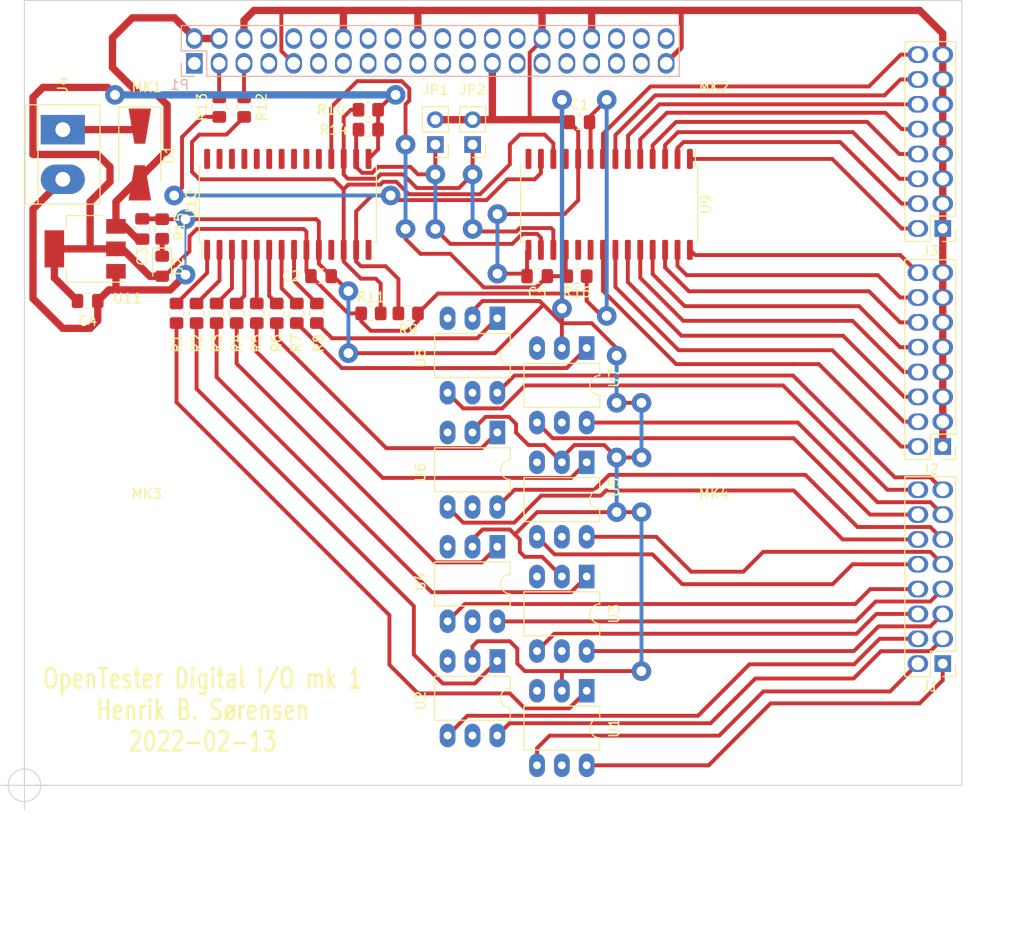
<source format=kicad_pcb>
(kicad_pcb (version 20211014) (generator pcbnew)
  (title_block (date "15 nov 2012"))
  (layers (0 "F.Cu" signal) (31 "B.Cu" signal) (34 "B.Paste" user) (35 "F.Paste" user) (36 "B.SilkS" user "B.Silkscreen") (37 "F.SilkS" user "F.Silkscreen") (38 "B.Mask" user) (39 "F.Mask" user) (44 "Edge.Cuts" user))
  (net 0 "")
  (net 1 "3.3 Volt")
  (net 2 "+5V")
  (net 3 "Ground")
  (net 4 "/ID_SD")
  (net 5 "/ID_SC")
  (net 6 "/GPIO5")
  (net 7 "/GPIO6")
  (net 8 "/GPIO26")
  (net 9 "/GPIO2(SDA1)")
  (net 10 "/GPIO3(SCL1)")
  (net 11 "/GPIO4(GCLK)")
  (net 12 "/GPIO14(TXD0)")
  (net 13 "/GPIO15(RXD0)")
  (net 14 "/GPIO17(GEN0)")
  (net 15 "/GPIO27(GEN2)")
  (net 16 "/GPIO22(GEN3)")
  (net 17 "/GPIO23(GEN4)")
  (net 18 "/GPIO24(GEN5)")
  (net 19 "/GPIO25(GEN6)")
  (net 20 "/GPIO18(GEN1)(PWM0)")
  (net 21 "/GPIO10(SPI0_MOSI)")
  (net 22 "/GPIO9(SPI0_MISO)")
  (net 23 "/GPIO11(SPI0_SCK)")
  (net 24 "/GPIO8(SPI0_CE_N)")
  (net 25 "/GPIO7(SPI1_CE_N)")
  (net 26 "/GPIO12(PWM0)")
  (net 27 "/GPIO13(PWM1)")
  (net 28 "/GPIO19(SPI1_MISO)")
  (net 29 "/GPIO16")
  (net 30 "/GPIO20(SPI1_MOSI)")
  (net 31 "/GPIO21(SPI1_SCK)")
  (net 32 "Net-(D1-Pad1)")
  (net 33 "/PORT_C_0_A")
  (net 34 "/PORT_C_0_B")
  (net 35 "/PORT_C_1_A")
  (net 36 "/PORT_C_1_B")
  (net 37 "/PORT_C_2_A")
  (net 38 "/PORT_C_2_B")
  (net 39 "/PORT_C_3_A")
  (net 40 "/PORT_C_3_B")
  (net 41 "/PORT_C_4_A")
  (net 42 "/PORT_C_4_B")
  (net 43 "/PORT_C_5_A")
  (net 44 "/PORT_C_5_B")
  (net 45 "/PORT_C_6_A")
  (net 46 "/PORT_C_6_B")
  (net 47 "/PORT_C_7_A")
  (net 48 "/PORT_C_7_B")
  (net 49 "/PORT_A0")
  (net 50 "/PORT_A1")
  (net 51 "/PORT_A2")
  (net 52 "/PORT_A3")
  (net 53 "/PORT_A4")
  (net 54 "/PORT_A5")
  (net 55 "/PORT_A6")
  (net 56 "/PORT_A7")
  (net 57 "/PORT_B0")
  (net 58 "/PORT_B1")
  (net 59 "/PORT_B2")
  (net 60 "/PORT_B3")
  (net 61 "/PORT_B4")
  (net 62 "/PORT_B5")
  (net 63 "/PORT_B6")
  (net 64 "/PORT_B7")
  (net 67 "Net-(R1-Pad1)")
  (net 68 "/PORT_C0_R")
  (net 69 "Net-(R2-Pad1)")
  (net 70 "/PORT_C1_R")
  (net 71 "Net-(R3-Pad1)")
  (net 72 "/PORT_C2_R")
  (net 73 "Net-(R4-Pad1)")
  (net 74 "/PORT_C3_R")
  (net 75 "Net-(R5-Pad1)")
  (net 76 "/PORT_C4_R")
  (net 77 "Net-(R6-Pad1)")
  (net 78 "/PORT_C5_R")
  (net 79 "Net-(R7-Pad1)")
  (net 80 "/PORT_C6_R")
  (net 81 "Net-(R8-Pad1)")
  (net 82 "/PORT_C7_R")
  (net 83 "/SDA_R")
  (net 84 "/SCK_R")
  (net 85 "/IO_RESET")
  (net 118 "/A1")
  (net 119 "/A2")
  (net 120 "Net-(D2-Pad1)")
  (footprint "MountingHole:MountingHole_2.7mm_M2.5" (layer "F.Cu") (at 203.5 97.5 180)
    (fp_text reference "MK1")
    (fp_text value "M2.5")
  )
  (footprint "MountingHole:MountingHole_2.7mm_M2.5" (layer "F.Cu") (at 261.5 97.5 180)
    (fp_text reference "MK2")
    (fp_text value "M2.5")
  )
  (footprint "MountingHole:MountingHole_2.7mm_M2.5" (layer "F.Cu") (at 203.5 146.5)
    (fp_text reference "MK3")
    (fp_text value "M2.5")
  )
  (footprint "MountingHole:MountingHole_2.7mm_M2.5" (layer "F.Cu") (at 261.5 146.5)
    (fp_text reference "MK4")
    (fp_text value "M2.5")
  )
  (footprint "Resistor_SMD:R_0805_2012Metric_Pad1.20x1.40mm_HandSolder" (layer "F.Cu") (at 213.462 103.248 90)
    (fp_text reference "R12")
    (fp_text value "31R6" hide)
  )
  (footprint "Package_DIP:DIP-6_W7.62mm_LongPads" (layer "F.Cu") (at 248.499 162.939 -90)
    (fp_text reference "U1")
    (fp_text value "MOC3041M")
  )
  (footprint "Package_DIP:DIP-6_W7.62mm_LongPads" (layer "F.Cu") (at 248.499 139.571 -90)
    (fp_text reference "U5")
    (fp_text value "MOC3041M" hide)
  )
  (footprint "TerminalBlock:TerminalBlock_bornier-2_P5.08mm" (layer "F.Cu") (at 194.92 105.55 -90)
    (fp_text reference "J4")
    (fp_text value "Power" hide)
  )
  (footprint "Package_DIP:DIP-6_W7.62mm_LongPads" (layer "F.Cu") (at 239.355 136.523 -90)
    (fp_text reference "U6")
    (fp_text value "MOC3041M" hide)
  )
  (footprint "Capacitor_SMD:C_0805_2012Metric_Pad1.18x1.45mm_HandSolder" (layer "F.Cu") (at 203.048 115.71 90)
    (fp_text reference "C3")
    (fp_text value "1uF" hide)
  )
  (footprint "Connector_PinHeader_2.54mm:PinHeader_1x02_P2.54mm_Vertical" (layer "F.Cu") (at 233.02 107.074 180)
    (fp_text reference "JP1")
    (fp_text value "Jumper_2_Open" hide)
  )
  (footprint "Package_DIP:DIP-6_W7.62mm_LongPads" (layer "F.Cu") (at 248.499 127.887 -90)
    (fp_text reference "U7")
    (fp_text value "MOC3041M" hide)
  )
  (footprint "Connector_PinHeader_2.54mm:PinHeader_1x02_P2.54mm_Vertical" (layer "F.Cu") (at 236.83 107.079 180)
    (fp_text reference "JP2")
    (fp_text value "Jumper_2_Open" hide)
  )
  (footprint "Resistor_SMD:R_0805_2012Metric_Pad1.20x1.40mm_HandSolder" (layer "F.Cu") (at 206.55 124.33 90)
    (fp_text reference "R1")
    (fp_text value "220")
  )
  (footprint "Resistor_SMD:R_0805_2012Metric_Pad1.20x1.40mm_HandSolder" (layer "F.Cu") (at 230.242 124.346 180)
    (fp_text reference "R9")
    (fp_text value "10K")
  )
  (footprint "Resistor_SMD:R_0805_2012Metric_Pad1.20x1.40mm_HandSolder" (layer "F.Cu") (at 216.8 124.33 90)
    (fp_text reference "R6")
    (fp_text value "220")
  )
  (footprint "Resistor_SMD:R_0805_2012Metric_Pad1.20x1.40mm_HandSolder" (layer "F.Cu") (at 210.922 103.248 90)
    (fp_text reference "R13")
    (fp_text value "31R6" hide)
  )
  (footprint "Package_SO:SOIC-28W_7.5x17.9mm_P1.27mm" (layer "F.Cu") (at 217.9324 113.1954 90)
    (fp_text reference "U10")
    (fp_text value "MCP23017_SO" hide)
  )
  (footprint "Capacitor_SMD:C_0805_2012Metric_Pad1.18x1.45mm_HandSolder" (layer "F.Cu") (at 197.46 123.076)
    (fp_text reference "C4")
    (fp_text value "1uF" hide)
  )
  (footprint "Resistor_SMD:R_0805_2012Metric_Pad1.20x1.40mm_HandSolder" (layer "F.Cu") (at 210.65 124.33 90)
    (fp_text reference "R3")
    (fp_text value "220")
  )
  (footprint "Capacitor_SMD:C_0805_2012Metric_Pad1.18x1.45mm_HandSolder" (layer "F.Cu") (at 221.336 120.536)
    (fp_text reference "C2")
    (fp_text value "100nF" hide)
  )
  (footprint "Package_SO:SOIC-28W_7.5x17.9mm_P1.27mm" (layer "F.Cu") (at 250.8 113.1954 -90)
    (fp_text reference "U9")
    (fp_text value "MCP23017_SO")
  )
  (footprint "Package_DIP:DIP-6_W7.62mm_LongPads" (layer "F.Cu") (at 239.355 124.839 -90)
    (fp_text reference "U8")
    (fp_text value "MOC3041M" hide)
  )
  (footprint "Package_DIP:DIP-6_W7.62mm_LongPads" (layer "F.Cu") (at 239.355 148.207 -90)
    (fp_text reference "U4")
    (fp_text value "MOC3041M")
  )
  (footprint "Resistor_SMD:R_0805_2012Metric_Pad1.20x1.40mm_HandSolder" (layer "F.Cu") (at 205.08 115.71 90)
    (fp_text reference "R15")
    (fp_text value "1K5" hide)
  )
  (footprint "LED_SMD:LED_0805_2012Metric_Pad1.15x1.40mm_HandSolder" (layer "F.Cu") (at 205.08 119.52 -90)
    (fp_text reference "D2")
    (fp_text value "Green" hide)
  )
  (footprint "Connector_PinHeader_2.54mm:PinHeader_2x08_P2.54mm_Vertical" (layer "F.Cu") (at 284.9122 115.6592 180)
    (fp_text reference "J3")
    (fp_text value "Port B")
  )
  (footprint "Package_DIP:DIP-6_W7.62mm_LongPads" (layer "F.Cu") (at 248.499 151.255 -90)
    (fp_text reference "U3")
    (fp_text value "MOC3041M")
  )
  (footprint "Capacitor_SMD:C_0805_2012Metric_Pad1.18x1.45mm_HandSolder" (layer "F.Cu") (at 247.752 104.788 180)
    (fp_text reference "C1")
    (fp_text value "100nF" hide)
  )
  (footprint "Resistor_SMD:R_0805_2012Metric_Pad1.20x1.40mm_HandSolder" (layer "F.Cu") (at 226.432 124.346)
    (fp_text reference "R11")
    (fp_text value "10K")
  )
  (footprint "Connector_PinHeader_2.54mm:PinHeader_2x08_P2.54mm_Vertical" (layer "F.Cu") (at 284.9122 137.9604 180)
    (fp_text reference "J2")
    (fp_text value "Port A")
  )
  (footprint "Package_TO_SOT_SMD:SOT-223-3_TabPin2" (layer "F.Cu") (at 197.206 117.742 180)
    (fp_text reference "U11")
    (fp_text value "LM1117-3.3" hide)
  )
  (footprint "Resistor_SMD:R_0805_2012Metric_Pad1.20x1.40mm_HandSolder" (layer "F.Cu") (at 226.162 103.518 180)
    (fp_text reference "R10")
    (fp_text value "10K" hide)
  )
  (footprint "Connector_PinHeader_2.54mm:PinHeader_2x08_P2.54mm_Vertical" (layer "F.Cu") (at 284.9122 160.16 180)
    (fp_text reference "J1")
    (fp_text value "Open Drain Output")
  )
  (footprint "Package_DIP:DIP-6_W7.62mm_LongPads" (layer "F.Cu") (at 239.355 159.891 -90)
    (fp_text reference "U2")
    (fp_text value "MOC3041M")
  )
  (footprint "Resistor_SMD:R_0805_2012Metric_Pad1.20x1.40mm_HandSolder" (layer "F.Cu") (at 226.162 105.55 180)
    (fp_text reference "R14")
    (fp_text value "10K" hide)
  )
  (footprint "Capacitor_SMD:C_0805_2012Metric_Pad1.18x1.45mm_HandSolder" (layer "F.Cu") (at 243.434 120.536 180)
    (fp_text reference "C5")
    (fp_text value "10nF")
  )
  (footprint "Resistor_SMD:R_0805_2012Metric_Pad1.20x1.40mm_HandSolder" (layer "F.Cu") (at 212.7 124.33 90)
    (fp_text reference "R4")
    (fp_text value "220")
  )
  (footprint "Resistor_SMD:R_0805_2012Metric_Pad1.20x1.40mm_HandSolder" (layer "F.Cu") (at 247.498 120.536 180)
    (fp_text reference "R16")
    (fp_text value "10K")
  )
  (footprint "Resistor_SMD:R_0805_2012Metric_Pad1.20x1.40mm_HandSolder" (layer "F.Cu") (at 208.6 124.33 90)
    (fp_text reference "R2")
    (fp_text value "220")
  )
  (footprint "Resistor_SMD:R_0805_2012Metric_Pad1.20x1.40mm_HandSolder" (layer "F.Cu") (at 214.7574 124.33 90)
    (fp_text reference "R5")
    (fp_text value "220")
  )
  (footprint "Resistor_SMD:R_0805_2012Metric_Pad1.20x1.40mm_HandSolder" (layer "F.Cu") (at 220.9 124.33 90)
    (fp_text reference "R8")
    (fp_text value "220")
  )
  (footprint "Resistor_SMD:R_0805_2012Metric_Pad1.20x1.40mm_HandSolder" (layer "F.Cu") (at 218.85 124.33 90)
    (fp_text reference "R7")
    (fp_text value "220")
  )
  (footprint "Diode_SMD:D_SMA-SMB_Universal_Handsoldering" (layer "F.Cu") (at 202.794 108.09 -90)
    (fp_text reference "D1")
    (fp_text value "SS110-A" hide)
  )
  (footprint "Connector_PinSocket_2.54mm:PinSocket_2x20_P2.54mm_Vertical" (layer "B.Cu") (at 208.37 98.77 -90)
    (fp_text reference "P1")
    (fp_text value "Conn_02x20_Odd_Even")
  )
  (gr_rect (start 286.868 172.606) (end 190.99332 92.342) (layer "Edge.Cuts") (width 0.1) (fill none))
  (gr_text "OpenTester Digital I/O mk 1\nHenrik B. Sørensen\n2022-02-13" (at 209.222 164.905) (layer "F.SilkS") (effects (font (size 2 1.5) (thickness 0.25))))
  (target plus (at 190.997 172.605) (size 5) (width 0.1) (layer "Edge.Cuts"))
  (segment (start 200.356 117.742) (end 201.016 117.742) (width 0.75) (layer "F.Cu") (net 1))
  (segment (start 248.895 108.5454) (end 248.895 104.8935) (width 0.4) (layer "F.Cu") (net 1))
  (segment (start 194.056 117.742) (end 197.714 117.742) (width 0.75) (layer "F.Cu") (net 1))
  (segment (start 248.7895 104.788) (end 248.7895 104.2585) (width 0.4) (layer "F.Cu") (net 1))
  (segment (start 199.492 101.232) (end 192.888 101.232) (width 0.75) (layer "F.Cu") (net 1))
  (segment (start 226.416 126.124) (end 230.226 126.124) (width 0.4) (layer "F.Cu") (net 1))
  (segment (start 207.874 117.996) (end 207.874 116.472) (width 0.4) (layer "F.Cu") (net 1))
  (segment (start 198.476 108.09) (end 199.746 109.36) (width 0.75) (layer "F.Cu") (net 1))
  (segment (start 199.746 109.36) (end 199.746 110.884) (width 0.75) (layer "F.Cu") (net 1))
  (segment (start 219.8374 115.9894) (end 219.8374 117.8454) (width 0.4) (layer "F.Cu") (net 1))
  (segment (start 201.016 117.742) (end 203.819 120.545) (width 0.75) (layer "F.Cu") (net 1))
  (segment (start 197.714 117.742) (end 200.356 117.742) (width 0.75) (layer "F.Cu") (net 1))
  (segment (start 224.1085 124.346) (end 225.432 124.346) (width 0.4) (layer "F.Cu") (net 1))
  (segment (start 220.2985 120.536) (end 224.1085 124.346) (width 0.4) (layer "F.Cu") (net 1))
  (segment (start 225.432 124.346) (end 225.432 125.14) (width 0.4) (layer "F.Cu") (net 1))
  (segment (start 233.274 122.314) (end 248.498 122.314) (width 0.4) (layer "F.Cu") (net 1))
  (segment (start 207.874 116.472) (end 208.636 115.71) (width 0.4) (layer "F.Cu") (net 1))
  (segment (start 191.872 108.09) (end 198.476 108.09) (width 0.75) (layer "F.Cu") (net 1))
  (segment (start 226.1874 108.5454) (end 227.162 107.5708) (width 0.4) (layer "F.Cu") (net 1))
  (segment (start 230.226 126.124) (end 231.242 125.108) (width 0.4) (layer "F.Cu") (net 1))
  (segment (start 192.888 101.232) (end 191.872 102.248) (width 0.75) (layer "F.Cu") (net 1))
  (segment (start 248.498 120.536) (end 248.498 123.06) (width 0.2) (layer "F.Cu") (net 1))
  (segment (start 231.242 125.108) (end 231.242 124.346) (width 0.4) (layer "F.Cu") (net 1))
  (segment (start 250.038 124.6) (end 250.546 124.6) (width 0.2) (layer "F.Cu") (net 1))
  (segment (start 197.714 112.916) (end 197.714 117.742) (width 0.75) (layer "F.Cu") (net 1))
  (segment (start 248.498 123.076) (end 248.498 120.536) (width 0.4) (layer "F.Cu") (net 1))
  (segment (start 228.956 101.994) (end 228.686 101.994) (width 0.4) (layer "F.Cu") (net 1))
  (segment (start 248.895 104.8935) (end 248.7895 104.788) (width 0.2) (layer "F.Cu") (net 1))
  (segment (start 203.819 120.545) (end 205.08 120.545) (width 0.75) (layer "F.Cu") (net 1))
  (segment (start 205.08 120.545) (end 205.325 120.545) (width 0.4) (layer "F.Cu") (net 1))
  (segment (start 227.162 107.5708) (end 227.162 103.518) (width 0.4) (layer "F.Cu") (net 1))
  (segment (start 205.325 120.545) (end 207.874 117.996) (width 0.4) (layer "F.Cu") (net 1))
  (segment (start 199.746 110.884) (end 197.714 112.916) (width 0.75) (layer "F.Cu") (net 1))
  (segment (start 196.4225 123.076) (end 194.056 120.7095) (width 0.75) (layer "F.Cu") (net 1))
  (segment (start 219.8374 120.0749) (end 220.2985 120.536) (width 0.4) (layer "F.Cu") (net 1))
  (segment (start 219.8374 117.8454) (end 219.8374 120.0749) (width 0.4) (layer "F.Cu") (net 1))
  (segment (start 225.432 125.14) (end 226.416 126.124) (width 0.4) (layer "F.Cu") (net 1))
  (segment (start 231.242 124.346) (end 233.274 122.314) (width 0.4) (layer "F.Cu") (net 1))
  (segment (start 219.558 115.71) (end 219.8374 115.9894) (width 0.4) (layer "F.Cu") (net 1))
  (segment (start 248.7895 104.2585) (end 250.546 102.502) (width 0.4) (layer "F.Cu") (net 1))
  (segment (start 228.686 101.994) (end 227.162 103.518) (width 0.4) (layer "F.Cu") (net 1))
  (segment (start 248.498 123.06) (end 250.038 124.6) (width 0.4) (layer "F.Cu") (net 1))
  (segment (start 208.636 115.71) (end 219.558 115.71) (width 0.4) (layer "F.Cu") (net 1))
  (segment (start 248.498 122.314) (end 248.498 123.076) (width 0.4) (layer "F.Cu") (net 1))
  (segment (start 194.056 120.7095) (end 194.056 117.742) (width 0.75) (layer "F.Cu") (net 1))
  (segment (start 200.254 101.994) (end 199.492 101.232) (width 0.75) (layer "F.Cu") (net 1))
  (segment (start 191.872 102.248) (end 191.872 108.09) (width 0.75) (layer "F.Cu") (net 1))
  (via (at 250.546 102.502) (size 2) (drill 1) (layers "F.Cu" "B.Cu") (net 1))
  (via (at 228.956 101.994) (size 2) (drill 1) (layers "F.Cu" "B.Cu") (net 1))
  (via (at 250.546 124.6) (size 2) (drill 1) (layers "F.Cu" "B.Cu") (net 1))
  (via (at 200.254 101.994) (size 2) (drill 1) (layers "F.Cu" "B.Cu") (net 1))
  (segment (start 200.254 101.994) (end 228.956 101.994) (width 0.75) (layer "B.Cu") (net 1))
  (segment (start 250.546 102.502) (end 250.546 124.6) (width 0.4) (layer "B.Cu") (net 1))
  (segment (start 202.5615 116.7475) (end 201.256 115.442) (width 0.75) (layer "F.Cu") (net 2))
  (segment (start 206.35 94.12) (end 202.032 94.12) (width 0.75) (layer "F.Cu") (net 2))
  (segment (start 204.572 101.994) (end 205.588 103.01) (width 0.75) (layer "F.Cu") (net 2))
  (segment (start 206.858 94.628) (end 206.858 94.718) (width 0.2) (layer "F.Cu") (net 2))
  (segment (start 200.356 112.92) (end 200.356 115.442) (width 0.75) (layer "F.Cu") (net 2))
  (segment (start 200 99.2) (end 202.794 101.994) (width 0.75) (layer "F.Cu") (net 2))
  (segment (start 203.048 116.7475) (end 202.5615 116.7475) (width 0.75) (layer "F.Cu") (net 2))
  (segment (start 205.588 103.01) (end 205.588 107.688) (width 0.75) (layer "F.Cu") (net 2))
  (segment (start 202.794 101.994) (end 204.572 101.994) (width 0.75) (layer "F.Cu") (net 2))
  (segment (start 206.858 94.628) (end 208.37 96.14) (width 0.75) (layer "F.Cu") (net 2))
  (segment (start 208.37 96.23) (end 210.91 96.23) (width 0.75) (layer "F.Cu") (net 2))
  (segment (start 206.858 94.628) (end 206.35 94.12) (width 0.75) (layer "F.Cu") (net 2))
  (segment (start 208.37 96.14) (end 208.37 96.23) (width 0.75) (layer "F.Cu") (net 2))
  (segment (start 202.032 94.12) (end 200 96.152) (width 0.75) (layer "F.Cu") (net 2))
  (segment (start 201.256 115.442) (end 200.356 115.442) (width 0.75) (layer "F.Cu") (net 2))
  (segment (start 206.858 94.718) (end 208.37 96.23) (width 0.2) (layer "F.Cu") (net 2))
  (segment (start 205.588 107.688) (end 200.356 112.92) (width 0.75) (layer "F.Cu") (net 2))
  (segment (start 200 96.152) (end 200 99.2) (width 0.75) (layer "F.Cu") (net 2))
  (segment (start 245.959 139.571) (end 245.959 139.093) (width 0.4) (layer "F.Cu") (net 3))
  (segment (start 224.13 122.06) (end 222.606 120.536) (width 0.4) (layer "F.Cu") (net 3))
  (segment (start 236.815 159.891) (end 236.815 158.397) (width 0.4) (layer "F.Cu") (net 3))
  (segment (start 199.62975 121.94375) (end 200.21825 121.94375) (width 0.75) (layer "F.Cu") (net 3))
  (segment (start 245.974 123.838) (end 245.974 125.332) (width 0.4) (layer "F.Cu") (net 3))
  (segment (start 249.007 125.347) (end 245.959 125.347) (width 0.4) (layer "F.Cu") (net 3))
  (segment (start 282.55 93.358) (end 284.9122 95.7202) (width 0.75) (layer "F.Cu") (net 3))
  (segment (start 241.402 160.16) (end 242.164 160.922) (width 0.4) (layer "F.Cu") (net 3))
  (segment (start 236.815 124.107) (end 237.846 123.076) (width 0.4) (layer "F.Cu") (net 3))
  (segment (start 245.974 125.332) (end 245.959 125.347) (width 0.2) (layer "F.Cu") (net 3))
  (segment (start 222.606 120.536) (end 222.3735 120.536) (width 0.2) (layer "F.Cu") (net 3))
  (segment (start 245.959 125.347) (end 245.959 127.887) (width 0.4) (layer "F.Cu") (net 3))
  (segment (start 237.846 123.076) (end 243.688 123.076) (width 0.4) (layer "F.Cu") (net 3))
  (segment (start 247.625 112.789) (end 246.228 114.186) (width 0.4) (layer "F.Cu") (net 3))
  (segment (start 237.846 146.444) (end 240.64 146.444) (width 0.4) (layer "F.Cu") (net 3))
  (segment (start 249.022 93.358) (end 258.166 93.358) (width 0.75) (layer "F.Cu") (net 3))
  (segment (start 200.21825 121.94375) (end 200.356 121.806) (width 0.75) (layer "F.Cu") (net 3))
  (segment (start 258.166 97.168) (end 258.166 93.358) (width 0.5) (layer "F.Cu") (net 3))
  (segment (start 243.942 149.238) (end 245.959 151.255) (width 0.4) (layer "F.Cu") (net 3))
  (segment (start 198.4975 123.076) (end 198.4975 125.0865) (width 0.75) (layer "F.Cu") (net 3))
  (segment (start 240.64 146.444) (end 241.148 146.952) (width 0.4) (layer "F.Cu") (net 3))
  (segment (start 245.974 160.922) (end 245.959 160.937) (width 0.4) (layer "F.Cu") (net 3))
  (segment (start 241.656 147.46) (end 241.656 148.73) (width 0.4) (layer "F.Cu") (net 3))
  (segment (start 246.4655 104.539) (end 242.667 104.539) (width 0.5) (layer "F.Cu") (net 3))
  (segment (start 246.4605 104.534) (end 246.7145 104.788) (width 0.2) (layer "F.Cu") (net 3))
  (segment (start 284.9122 95.7202) (end 284.9122 97.8792) (width 0.75) (layer "F.Cu") (net 3))
  (segment (start 191.872 122.822) (end 194.92 125.87) (width 0.75) (layer "F.Cu") (net 3))
  (segment (start 249.01 96.23) (end 249.01 93.37) (width 0.75) (layer "F.Cu") (net 3))
  (segment (start 254.097 160.93) (end 254.089 160.922) (width 0.4) (layer "F.Cu") (net 3))
  (segment (start 242.3965 117.9939) (end 242.545 117.8454) (width 0.2) (layer "F.Cu") (net 3))
  (segment (start 231.23 96.23) (end 231.23 93.37) (width 0.75) (layer "F.Cu") (net 3))
  (segment (start 245.974 102.502) (end 245.974 104.28) (width 0.44) (layer "F.Cu") (net 3))
  (segment (start 236.815 136.263978) (end 238.155489 134.923489) (width 0.4) (layer "F.Cu") (net 3))
  (segment (start 207.466597 120.382597) (end 205.905444 121.94375) (width 0.75) (layer "F.Cu") (net 3))
  (segment (start 221.1074 117.8454) (end 221.1074 119.2699) (width 0.4) (layer "F.Cu") (net 3))
  (segment (start 242.545 137.808) (end 244.196 137.808) (width 0.4) (layer "F.Cu") (net 3))
  (segment (start 256.63 98.77) (end 256.63 98.704) (width 0.2) (layer "F.Cu") (net 3))
  (segment (start 243.93 96.418) (end 243.93 96.23) (width 0.2) (layer "F.Cu") (net 3))
  (segment (start 245.974 104.28) (end 246.228 104.534) (width 0.2) (layer "F.Cu") (net 3))
  (segment (start 191.872 113.678) (end 191.872 122.822) (width 0.75) (layer "F.Cu") (net 3))
  (segment (start 241.275 135.649) (end 241.275 136.538) (width 0.4) (layer "F.Cu") (net 3))
  (segment (start 223.61 96.23) (end 223.61 93.37) (width 0.75) (layer "F.Cu") (net 3))
  (segment (start 242.164 160.922) (end 244.704 160.922) (width 0.4) (layer "F.Cu") (net 3))
  (segment (start 220.828 114.694) (end 221.1074 114.9734) (width 0.4) (layer "F.Cu") (net 3))
  (segment (start 237.338 157.874) (end 240.64 157.874) (width 0.4) (layer "F.Cu") (net 3))
  (segment (start 243.93 93.37) (end 243.942 93.358) (width 0.2) (layer "F.Cu") (net 3))
  (segment (start 247.625 108.5454) (end 247.625 112.789) (width 0.4) (layer "F.Cu") (net 3))
  (segment (start 244.704 160.922) (end 245.974 160.922) (width 0.4) (layer "F.Cu") (net 3))
  (segment (start 244.196 137.808) (end 245.959 139.571) (width 0.4) (layer "F.Cu") (net 3))
  (segment (start 240.549489 134.923489) (end 241.275 135.649) (width 0.4) (layer "F.Cu") (net 3))
  (segment (start 205.0425 114.6725) (end 205.08 114.71) (width 0.2) (layer "F.Cu") (net 3))
  (segment (start 221.1074 114.9734) (end 221.1074 117.8454) (width 0.4) (layer "F.Cu") (net 3))
  (segment (start 236.815 124.839) (end 236.815 124.107) (width 0.4) (layer "F.Cu") (net 3))
  (segment (start 251.562 139.078) (end 254.102 139.078) (width 0.4) (layer "F.Cu") (net 3))
  (segment (start 251.562 127.902) (end 249.007 125.347) (width 0.4) (layer "F.Cu") (net 3))
  (segment (start 247.722 137.808) (end 250.292 137.808) (width 0.4) (layer "F.Cu") (net 3))
  (segment (start 249.01 93.37) (end 249.022 93.358) (width 0.2) (layer "F.Cu") (net 3))
  (segment (start 243.93 96.23) (end 243.93 93.37) (width 0.75) (layer "F.Cu") (net 3))
  (segment (start 245.959 160.937) (end 245.959 162.939) (width 0.4) (layer "F.Cu") (net 3))
  (segment (start 243.688 123.076) (end 244.069 123.457) (width 0.4) (layer "F.Cu") (net 3))
  (segment (start 236.815 158.397) (end 237.338 157.874) (width 0.4) (layer "F.Cu") (net 3))
  (segment (start 236.815 147.475) (end 237.846 146.444) (width 0.4) (layer "F.Cu") (net 3))
  (segment (start 236.815 136.523) (end 236.815 136.263978) (width 0.4) (layer "F.Cu") (net 3))
  (segment (start 236.815 148.207) (end 236.815 147.475) (width 0.4) (layer "F.Cu") (net 3))
  (segment (start 213.45 94.386) (end 214.478 93.358) (width 0.75) (layer "F.Cu") (net 3))
  (segment (start 233.02 104.534) (end 246.228 104.534) (width 0.75) (layer "F.Cu") (net 3))
  (segment (start 241.275 136.538) (end 242.545 137.808) (width 0.4) (layer "F.Cu") (net 3))
  (segment (start 194.92 110.63) (end 191.872 113.678) (width 0.75) (layer "F.Cu") (net 3))
  (segment (start 205.08 114.71) (end 220.828 114.71) (width 0.4) (layer "F.Cu") (net 3))
  (segment (start 256.63 98.704) (end 258.166 97.168) (width 0.5) (layer "F.Cu") (net 3))
  (segment (start 243.942 93.358) (end 249.022 93.358) (width 0.75) (layer "F.Cu") (net 3))
  (segment (start 245.959 139.093) (end 247.244 137.808) (width 0.4) (layer "F.Cu") (net 3))
  (segment (start 241.148 146.952) (end 241.656 147.46) (width 0.4) (layer "F.Cu") (net 3))
  (segment (start 242.667 104.539) (end 242.667 97.681) (width 0.4) (layer "F.Cu") (net 3))
  (segment (start 240.64 157.874) (end 241.402 158.636) (width 0.4) (layer "F.Cu") (net 3))
  (segment (start 250.292 137.808) (end 251.562 139.078) (width 0.4) (layer "F.Cu") (net 3))
  (segment (start 221.1074 119.2699) (end 222.3735 120.536) (width 0.4) (layer "F.Cu") (net 3))
  (segment (start 241.656 148.73) (end 242.164 149.238) (width 0.4) (layer "F.Cu") (net 3))
  (segment (start 242.3965 120.536) (end 242.1425 120.282) (width 0.2) (layer "F.Cu") (net 3))
  (segment (start 242.667 97.681) (end 243.93 96.418) (width 0.4) (layer "F.Cu") (net 3))
  (segment (start 254.102 144.666) (end 243.434 144.666) (width 0.4) (layer "F.Cu") (net 3))
  (segment (start 246.7145 104.788) (end 246.4655 104.539) (width 0.2) (layer "F.Cu") (net 3))
  (segment (start 238.85 104.522) (end 238.85 98.77) (width 0.75) (layer "F.Cu") (net 3))
  (segment (start 223.622 93.358) (end 231.242 93.358) (width 0.75) (layer "F.Cu") (net 3))
  (segment (start 205.905444 121.94375) (end 199.62975 121.94375) (width 0.75) (layer "F.Cu") (net 3))
  (segment (start 218.53 98.77) (end 217.272 97.512) (width 0.4) (layer "F.Cu") (net 3))
  (segment (start 247.244 137.808) (end 247.722 137.808) (width 0.4) (layer "F.Cu") (net 3))
  (segment (start 242.1425 120.282) (end 239.37 120.282) (width 0.4) (layer "F.Cu") (net 3))
  (segment (start 198.4975 123.076) (end 199.62975 121.94375) (width 0.75) (layer "F.Cu") (net 3))
  (segment (start 242.3965 120.536) (end 242.3965 117.9939) (width 0.4) (layer "F.Cu") (net 3))
  (segment (start 246.228 104.534) (end 246.4605 104.534) (width 0.75) (layer "F.Cu") (net 3))
  (segment (start 246.228 114.186) (end 239.37 114.186) (width 0.4) (layer "F.Cu") (net 3))
  (segment (start 194.92 125.87) (end 197.714 125.87) (width 0.75) (layer "F.Cu") (net 3))
  (segment (start 231.242 93.358) (end 243.942 93.358) (width 0.75) (layer "F.Cu") (net 3))
  (segment (start 247.625 105.6985) (end 246.7145 104.788) (width 0.4) (layer "F.Cu") (net 3))
  (segment (start 217.272 97.512) (end 217.272 93.358) (width 0.4) (layer "F.Cu") (net 3))
  (segment (start 251.562 133.49) (end 254.102 133.49) (width 0.4) (layer "F.Cu") (net 3))
  (segment (start 217.272 93.358) (end 223.622 93.358) (width 0.75) (layer "F.Cu") (net 3))
  (segment (start 244.069 123.457) (end 245.959 125.347) (width 0.4) (layer "F.Cu") (net 3))
  (segment (start 213.45 96.23) (end 213.45 94.386) (width 0.75) (layer "F.Cu") (net 3))
  (segment (start 243.434 144.666) (end 241.148 146.952) (width 0.4) (layer "F.Cu") (net 3))
  (segment (start 247.625 108.5454) (end 247.625 105.6985) (width 0.4) (layer "F.Cu") (net 3))
  (segment (start 239.116 128.41) (end 244.069 123.457) (width 0.4) (layer "F.Cu") (net 3))
  (segment (start 238.155489 134.923489) (end 240.549489 134.923489) (width 0.4) (layer "F.Cu") (net 3))
  (segment (start 242.164 149.238) (end 243.942 149.238) (width 0.4) (layer "F.Cu") (net 3))
  (segment (start 200.356 121.806) (end 200.356 120.042) (width 0.75) (layer "F.Cu") (net 3))
  (segment (start 251.562 128.664) (end 251.562 127.902) (width 0.4) (layer "F.Cu") (net 3))
  (segment (start 224.13 128.41) (end 239.116 128.41) (width 0.4) (layer "F.Cu") (net 3))
  (segment (start 231.23 93.37) (end 231.242 93.358) (width 0.2) (layer "F.Cu") (net 3))
  (segment (start 254.089 160.922) (end 244.704 160.922) (width 0.4) (layer "F.Cu") (net 3))
  (segment (start 241.402 158.636) (end 241.402 160.16) (width 0.4) (layer "F.Cu") (net 3))
  (segment (start 258.166 93.358) (end 282.55 93.358) (width 0.75) (layer "F.Cu") (net 3))
  (segment (start 203.048 114.6725) (end 205.0425 114.6725) (width 0.5) (layer "F.Cu") (net 3))
  (segment (start 223.61 93.37) (end 223.622 93.358) (width 0.2) (layer "F.Cu") (net 3))
  (segment (start 284.9122 97.8792) (end 284.9122 137.9604) (width 0.75) (layer "F.Cu") (net 3))
  (segment (start 214.478 93.358) (end 217.272 93.358) (width 0.75) (layer "F.Cu") (net 3))
  (segment (start 197.714 125.87) (end 198.4975 125.0865) (width 0.75) (layer "F.Cu") (net 3))
  (via (at 254.097 160.93) (size 2) (drill 1) (layers "F.Cu" "B.Cu") (net 3))
  (via (at 207.466597 120.382597) (size 2) (drill 1) (layers "F.Cu" "B.Cu") (net 3))
  (via (at 251.562 139.078) (size 2) (drill 1) (layers "F.Cu" "B.Cu") (net 3))
  (via (at 239.37 120.282) (size 2) (drill 1) (layers "F.Cu" "B.Cu") (net 3))
  (via (at 251.562 128.664) (size 2) (drill 1) (layers "F.Cu" "B.Cu") (net 3))
  (via (at 239.37 114.186) (size 2) (drill 1) (layers "F.Cu" "B.Cu") (net 3))
  (via (at 207.466597 114.71) (size 2) (drill 1) (layers "F.Cu" "B.Cu") (net 3))
  (via (at 224.13 128.41) (size 2) (drill 1) (layers "F.Cu" "B.Cu") (net 3))
  (via (at 251.562 133.49) (size 2) (drill 1) (layers "F.Cu" "B.Cu") (net 3))
  (via (at 254.102 139.078) (size 2) (drill 1) (layers "F.Cu" "B.Cu") (net 3))
  (via (at 245.974 123.838) (size 2) (drill 1) (layers "F.Cu" "B.Cu") (net 3))
  (via (at 245.974 102.502) (size 2) (drill 1) (layers "F.Cu" "B.Cu") (net 3))
  (via (at 254.102 144.666) (size 2) (drill 1) (layers "F.Cu" "B.Cu") (net 3))
  (via (at 254.102 133.49) (size 2) (drill 1) (layers "F.Cu" "B.Cu") (net 3))
  (via (at 251.562 144.666) (size 2) (drill 1) (layers "F.Cu" "B.Cu") (net 3))
  (via (at 224.13 122.06) (size 2) (drill 1) (layers "F.Cu" "B.Cu") (net 3))
  (segment (start 254.102 144.666) (end 254.102 160.925) (width 0.4) (layer "B.Cu") (net 3))
  (segment (start 245.974 102.502) (end 245.974 123.838) (width 0.44) (layer "B.Cu") (net 3))
  (segment (start 251.562 128.664) (end 251.562 133.49) (width 0.4) (layer "B.Cu") (net 3))
  (segment (start 224.13 122.06) (end 224.13 128.41) (width 0.4) (layer "B.Cu") (net 3))
  (segment (start 254.102 133.49) (end 254.102 139.078) (width 0.4) (layer "B.Cu") (net 3))
  (segment (start 239.37 114.186) (end 239.37 120.282) (width 0.4) (layer "B.Cu") (net 3))
  (segment (start 207.466597 114.71) (end 207.466597 120.382597) (width 0.2) (layer "B.Cu") (net 3))
  (segment (start 251.562 139.078) (end 251.562 144.666) (width 0.4) (layer "B.Cu") (net 3))
  (segment (start 254.102 160.925) (end 254.097 160.93) (width 0.4) (layer "B.Cu") (net 3))
  (segment (start 210.91 102.236) (end 210.922 102.248) (width 0.2) (layer "F.Cu") (net 9))
  (segment (start 210.91 98.77) (end 210.91 102.236) (width 0.4) (layer "F.Cu") (net 9))
  (segment (start 213.45 98.77) (end 213.45 102.236) (width 0.4) (layer "F.Cu") (net 10))
  (segment (start 213.45 102.236) (end 213.462 102.248) (width 0.2) (layer "F.Cu") (net 10))
  (segment (start 194.92 105.55) (end 201.926 105.55) (width 0.75) (layer "F.Cu") (net 32))
  (segment (start 201.926 105.55) (end 202.286 105.19) (width 0.2) (layer "F.Cu") (net 32))
  (segment (start 282.55 164.224) (end 284.9122 161.8618) (width 0.4) (layer "F.Cu") (net 33))
  (segment (start 248.499 170.559) (end 260.975 170.559) (width 0.4) (layer "F.Cu") (net 33))
  (segment (start 284.9122 161.8618) (end 284.9122 160.16) (width 0.4) (layer "F.Cu") (net 33))
  (segment (start 267.31 164.224) (end 282.55 164.224) (width 0.4) (layer "F.Cu") (net 33))
  (segment (start 260.975 170.559) (end 267.31 164.224) (width 0.4) (layer "F.Cu") (net 33))
  (segment (start 243.419 168.811) (end 244.704 167.526) (width 0.4) (layer "F.Cu") (net 34))
  (segment (start 243.419 170.559) (end 243.419 168.811) (width 0.4) (layer "F.Cu") (net 34))
  (segment (start 279.5272 163.005) (end 282.3722 160.16) (width 0.4) (layer "F.Cu") (net 34))
  (segment (start 266.572 163.005) (end 279.5272 163.005) (width 0.4) (layer "F.Cu") (net 34))
  (segment (start 244.704 167.526) (end 262.051 167.526) (width 0.4) (layer "F.Cu") (net 34))
  (segment (start 262.051 167.526) (end 266.572 163.005) (width 0.4) (layer "F.Cu") (net 34))
  (segment (start 265.743 161.684) (end 275.793 161.684) (width 0.4) (layer "F.Cu") (net 35))
  (segment (start 239.355 167.511) (end 240.61 166.256) (width 0.4) (layer "F.Cu") (net 35))
  (segment (start 240.61 166.256) (end 261.171 166.256) (width 0.4) (layer "F.Cu") (net 35))
  (segment (start 278.587 158.89) (end 283.6422 158.89) (width 0.4) (layer "F.Cu") (net 35))
  (segment (start 283.6422 158.89) (end 284.9122 157.62) (width 0.4) (layer "F.Cu") (net 35))
  (segment (start 261.171 166.256) (end 265.743 161.684) (width 0.4) (layer "F.Cu") (net 35))
  (segment (start 275.793 161.684) (end 278.587 158.89) (width 0.4) (layer "F.Cu") (net 35))
  (segment (start 265.147 160.23) (end 275.847 160.23) (width 0.4) (layer "F.Cu") (net 36))
  (segment (start 234.275 167.511) (end 236.292 165.494) (width 0.4) (layer "F.Cu") (net 36))
  (segment (start 278.457 157.62) (end 282.3722 157.62) (width 0.4) (layer "F.Cu") (net 36))
  (segment (start 275.847 160.23) (end 278.457 157.62) (width 0.4) (layer "F.Cu") (net 36))
  (segment (start 259.883 165.494) (end 265.147 160.23) (width 0.4) (layer "F.Cu") (net 36))
  (segment (start 236.292 165.494) (end 259.883 165.494) (width 0.4) (layer "F.Cu") (net 36))
  (segment (start 283.6422 156.35) (end 284.9122 155.08) (width 0.4) (layer "F.Cu") (net 37))
  (segment (start 248.499 158.875) (end 275.8265 158.875) (width 0.4) (layer "F.Cu") (net 37))
  (segment (start 275.8265 158.875) (end 278.3515 156.35) (width 0.4) (layer "F.Cu") (net 37))
  (segment (start 278.3515 156.35) (end 283.6422 156.35) (width 0.4) (layer "F.Cu") (net 37))
  (segment (start 282.3722 155.08) (end 278.122 155.08) (width 0.4) (layer "F.Cu") (net 38))
  (segment (start 245.189 157.105) (end 243.419 158.875) (width 0.4) (layer "F.Cu") (net 38))
  (segment (start 278.122 155.08) (end 276.097 157.105) (width 0.4) (layer "F.Cu") (net 38))
  (segment (start 276.097 157.105) (end 245.189 157.105) (width 0.4) (layer "F.Cu") (net 38))
  (segment (start 278.054 153.81) (end 283.6422 153.81) (width 0.4) (layer "F.Cu") (net 39))
  (segment (start 276.022 155.842) (end 278.054 153.81) (width 0.4) (layer "F.Cu") (net 39))
  (segment (start 239.37 155.842) (end 276.022 155.842) (width 0.4) (layer "F.Cu") (net 39))
  (segment (start 283.6422 153.81) (end 284.9122 152.54) (width 0.4) (layer "F.Cu") (net 39))
  (segment (start 239.355 155.827) (end 239.37 155.842) (width 0.2) (layer "F.Cu") (net 39))
  (segment (start 234.275 155.827) (end 236.038 154.064) (width 0.4) (layer "F.Cu") (net 40))
  (segment (start 236.038 154.064) (end 275.972 154.064) (width 0.4) (layer "F.Cu") (net 40))
  (segment (start 275.972 154.064) (end 277.496 152.54) (width 0.4) (layer "F.Cu") (net 40))
  (segment (start 277.496 152.54) (end 282.3722 152.54) (width 0.4) (layer "F.Cu") (net 40))
  (segment (start 255.611 147.191) (end 259.182 150.762) (width 0.4) (layer "F.Cu") (net 41))
  (segment (start 248.499 147.191) (end 255.611 147.191) (width 0.4) (layer "F.Cu") (net 41))
  (segment (start 266.548 148.73) (end 283.6422 148.73) (width 0.4) (layer "F.Cu") (net 41))
  (segment (start 283.6422 148.73) (end 284.9122 150) (width 0.4) (layer "F.Cu") (net 41))
  (segment (start 264.516 150.762) (end 266.548 148.73) (width 0.4) (layer "F.Cu") (net 41))
  (segment (start 259.182 150.762) (end 264.516 150.762) (width 0.4) (layer "F.Cu") (net 41))
  (segment (start 275.692 150) (end 282.3722 150) (width 0.4) (layer "F.Cu") (net 42))
  (segment (start 243.419 147.191) (end 245.212 148.984) (width 0.4) (layer "F.Cu") (net 42))
  (segment (start 273.66 152.032) (end 275.692 150) (width 0.4) (layer "F.Cu") (net 42))
  (segment (start 245.212 148.984) (end 255.226 148.984) (width 0.4) (layer "F.Cu") (net 42))
  (segment (start 255.226 148.984) (end 258.274 152.032) (width 0.4) (layer "F.Cu") (net 42))
  (segment (start 258.274 152.032) (end 273.66 152.032) (width 0.4) (layer "F.Cu") (net 42))
  (segment (start 249.276 142.38) (end 241.118 142.38) (width 0.4) (layer "F.Cu") (net 43))
  (segment (start 276.2 146.19) (end 270.866 140.856) (width 0.4) (layer "F.Cu") (net 43))
  (segment (start 241.118 142.38) (end 239.355 144.143) (width 0.4) (layer "F.Cu") (net 43))
  (segment (start 250.8 140.856) (end 249.276 142.38) (width 0.4) (layer "F.Cu") (net 43))
  (segment (start 277.47 146.19) (end 276.2 146.19) (width 0.4) (layer "F.Cu") (net 43))
  (segment (start 270.866 140.856) (end 250.8 140.856) (width 0.4) (layer "F.Cu") (net 43))
  (segment (start 283.6422 146.19) (end 284.9122 147.46) (width 0.4) (layer "F.Cu") (net 43))
  (segment (start 277.47 146.19) (end 276.440978 146.19) (width 0.2) (layer "F.Cu") (net 43))
  (segment (start 276.440978 146.19) (end 283.6422 146.19) (width 0.4) (layer "F.Cu") (net 43))
  (segment (start 241.08748 145.74252) (end 235.87452 145.74252) (width 0.4) (layer "F.Cu") (net 44))
  (segment (start 269.671 142.455) (end 250.471 142.455) (width 0.4) (layer "F.Cu") (net 44))
  (segment (start 243.85048 142.97952) (end 241.08748 145.74252) (width 0.4) (layer "F.Cu") (net 44))
  (segment (start 250.471 142.455) (end 249.94648 142.97952) (width 0.4) (layer "F.Cu") (net 44))
  (segment (start 249.94648 142.97952) (end 243.85048 142.97952) (width 0.4) (layer "F.Cu") (net 44))
  (segment (start 235.87452 145.74252) (end 234.275 144.143) (width 0.4) (layer "F.Cu") (net 44))
  (segment (start 282.3722 147.46) (end 274.676 147.46) (width 0.4) (layer "F.Cu") (net 44))
  (segment (start 274.676 147.46) (end 269.671 142.455) (width 0.4) (layer "F.Cu") (net 44))
  (segment (start 278.232 143.65) (end 283.6422 143.65) (width 0.4) (layer "F.Cu") (net 45))
  (segment (start 270.089 135.507) (end 278.232 143.65) (width 0.4) (layer "F.Cu") (net 45))
  (segment (start 283.6422 143.65) (end 284.9122 144.92) (width 0.4) (layer "F.Cu") (net 45))
  (segment (start 248.499 135.507) (end 270.089 135.507) (width 0.4) (layer "F.Cu") (net 45))
  (segment (start 269.65652 137.10652) (end 245.01852 137.10652) (width 0.4) (layer "F.Cu") (net 46))
  (segment (start 282.3722 144.92) (end 277.47 144.92) (width 0.4) (layer "F.Cu") (net 46))
  (segment (start 245.01852 137.10652) (end 243.419 135.507) (width 0.4) (layer "F.Cu") (net 46))
  (segment (start 277.47 144.92) (end 269.65652 137.10652) (width 0.4) (layer "F.Cu") (net 46))
  (segment (start 283.6422 141.11) (end 284.9122 142.38) (width 0.4) (layer "F.Cu") (net 47))
  (segment (start 280.01 141.11) (end 283.6422 141.11) (width 0.4) (layer "F.Cu") (net 47))
  (segment (start 241.118 130.696) (end 269.596 130.696) (width 0.4) (layer "F.Cu") (net 47))
  (segment (start 239.355 132.459) (end 241.118 130.696) (width 0.4) (layer "F.Cu") (net 47))
  (segment (start 269.596 130.696) (end 280.01 141.11) (width 0.4) (layer "F.Cu") (net 47))
  (segment (start 282.3722 142.38) (end 279.248 142.38) (width 0.4) (layer "F.Cu") (net 48))
  (segment (start 268.58 131.712) (end 242.198377 131.712) (width 0.4) (layer "F.Cu") (net 48))
  (segment (start 279.248 142.38) (end 268.58 131.712) (width 0.4) (layer "F.Cu") (net 48))
  (segment (start 239.851857 134.05852) (end 235.87452 134.05852) (width 0.4) (layer "F.Cu") (net 48))
  (segment (start 235.87452 134.05852) (end 234.275 132.459) (width 0.4) (layer "F.Cu") (net 48))
  (segment (start 242.198377 131.712) (end 239.851857 134.05852) (width 0.4) (layer "F.Cu") (net 48))
  (segment (start 269.572 129.555) (end 269.597 129.53) (width 0.2) (layer "F.Cu") (net 49))
  (segment (start 269.597 129.53) (end 272.24 129.53) (width 0.4) (layer "F.Cu") (net 49))
  (segment (start 272.24 129.53) (end 280.6704 137.9604) (width 0.4) (layer "F.Cu") (net 49))
  (segment (start 280.6704 137.9604) (end 282.3722 137.9604) (width 0.4) (layer "F.Cu") (net 49))
  (segment (start 250.165 122.048) (end 250.165 117.8454) (width 0.4) (layer "F.Cu") (net 49))
  (segment (start 269.822 129.53) (end 257.647 129.53) (width 0.4) (layer "F.Cu") (net 49))
  (segment (start 257.647 129.53) (end 250.165 122.048) (width 0.4) (layer "F.Cu") (net 49))
  (segment (start 251.435 121.643) (end 251.435 117.8454) (width 0.4) (layer "F.Cu") (net 50))
  (segment (start 282.3722 135.4204) (end 280.9244 135.4204) (width 0.4) (layer "F.Cu") (net 50))
  (segment (start 273.609 128.105) (end 257.897 128.105) (width 0.4) (layer "F.Cu") (net 50))
  (segment (start 280.9244 135.4204) (end 273.609 128.105) (width 0.4) (layer "F.Cu") (net 50))
  (segment (start 257.897 128.105) (end 251.435 121.643) (width 0.4) (layer "F.Cu") (net 50))
  (segment (start 280.9724 132.8804) (end 274.722 126.63) (width 0.4) (layer "F.Cu") (net 51))
  (segment (start 274.722 126.63) (end 258.197 126.63) (width 0.4) (layer "F.Cu") (net 51))
  (segment (start 258.197 126.63) (end 252.705 121.138) (width 0.4) (layer "F.Cu") (net 51))
  (segment (start 282.3722 132.8804) (end 280.9724 132.8804) (width 0.4) (layer "F.Cu") (net 51))
  (segment (start 252.705 121.138) (end 252.705 117.8454) (width 0.4) (layer "F.Cu") (net 51))
  (segment (start 282.3722 130.3404) (end 280.9244 130.3404) (width 0.4) (layer "F.Cu") (net 52))
  (segment (start 280.9244 130.3404) (end 275.689 125.105) (width 0.4) (layer "F.Cu") (net 52))
  (segment (start 275.689 125.105) (end 258.372 125.105) (width 0.4) (layer "F.Cu") (net 52))
  (segment (start 253.975 120.708) (end 253.975 117.8454) (width 0.4) (layer "F.Cu") (net 52))
  (segment (start 258.372 125.105) (end 253.975 120.708) (width 0.4) (layer "F.Cu") (net 52))
  (segment (start 281.1784 130.3404) (end 282.3722 130.3404) (width 0.4) (layer "F.Cu") (net 52))
  (segment (start 282.3722 127.8004) (end 280.5424 127.8004) (width 0.4) (layer "F.Cu") (net 53))
  (segment (start 281.026 127.8004) (end 282.3722 127.8004) (width 0.4) (layer "F.Cu") (net 53))
  (segment (start 276.347 123.605) (end 258.522 123.605) (width 0.4) (layer "F.Cu") (net 53))
  (segment (start 255.245 120.328) (end 255.245 117.8454) (width 0.4) (layer "F.Cu") (net 53))
  (segment (start 258.522 123.605) (end 255.245 120.328) (width 0.4) (layer "F.Cu") (net 53))
  (segment (start 280.5424 127.8004) (end 276.347 123.605) (width 0.4) (layer "F.Cu") (net 53))
  (segment (start 258.948 122.08) (end 277.372 122.08) (width 0.4) (layer "F.Cu") (net 54))
  (segment (start 277.372 122.08) (end 280.5524 125.2604) (width 0.4) (layer "F.Cu") (net 54))
  (segment (start 280.5524 125.2604) (end 282.3722 125.2604) (width 0.4) (layer "F.Cu") (net 54))
  (segment (start 256.515 119.647) (end 258.948 122.08) (width 0.4) (layer "F.Cu") (net 54))
  (segment (start 256.515 117.8454) (end 256.515 119.647) (width 0.4) (layer "F.Cu") (net 54))
  (segment (start 257.785 119.4946) (end 258.7204 120.43) (width 0.4) (layer "F.Cu") (net 55))
  (segment (start 258.7204 120.43) (end 278.272 120.43) (width 0.4) (layer "F.Cu") (net 55))
  (segment (start 257.785 117.8454) (end 257.785 119.4946) (width 0.4) (layer "F.Cu") (net 55))
  (segment (start 280.5624 122.7204) (end 282.3722 122.7204) (width 0.4) (layer "F.Cu") (net 55))
  (segment (start 278.272 120.43) (end 280.5624 122.7204) (width 0.4) (layer "F.Cu") (net 55))
  (segment (start 259.055 117.8454) (end 259.5896 118.38) (width 0.4) (layer "F.Cu") (net 56))
  (segment (start 259.5896 118.38) (end 280.5718 118.38) (width 0.4) (layer "F.Cu") (net 56))
  (segment (start 280.5718 118.38) (end 282.3722 120.1804) (width 0.4) (layer "F.Cu") (net 56))
  (segment (start 259.055 108.5454) (end 273.6074 108.5454) (width 0.4) (layer "F.Cu") (net 57))
  (segment (start 280.7212 115.6592) (end 282.3722 115.6592) (width 0.4) (layer "F.Cu") (net 57))
  (segment (start 273.6074 108.5454) (end 280.7212 115.6592) (width 0.4) (layer "F.Cu") (net 57))
  (segment (start 257.785 108.5454) (end 257.785 107.4296) (width 0.4) (layer "F.Cu") (net 58))
  (segment (start 274.422 106.82) (end 280.7212 113.1192) (width 0.4) (layer "F.Cu") (net 58))
  (segment (start 257.785 107.4296) (end 258.3946 106.82) (width 0.4) (layer "F.Cu") (net 58))
  (segment (start 280.7212 113.1192) (end 282.3722 113.1192) (width 0.4) (layer "F.Cu") (net 58))
  (segment (start 258.3946 106.82) (end 274.422 106.82) (width 0.4) (layer "F.Cu") (net 58))
  (segment (start 257.8358 105.804) (end 275.7174 105.804) (width 0.4) (layer "F.Cu") (net 59))
  (segment (start 256.515 107.1248) (end 257.8358 105.804) (width 0.4) (layer "F.Cu") (net 59))
  (segment (start 256.515 108.5454) (end 256.515 107.1248) (width 0.4) (layer "F.Cu") (net 59))
  (segment (start 280.4926 110.5792) (end 282.3722 110.5792) (width 0.4) (layer "F.Cu") (net 59))
  (segment (start 275.7174 105.804) (end 280.4926 110.5792) (width 0.4) (layer "F.Cu") (net 59))
  (segment (start 255.245 107.1502) (end 257.6326 104.7626) (width 0.4) (layer "F.Cu") (net 60))
  (segment (start 257.6326 104.7626) (end 277.1906 104.7626) (width 0.4) (layer "F.Cu") (net 60))
  (segment (start 277.1906 104.7626) (end 280.4672 108.0392) (width 0.4) (layer "F.Cu") (net 60))
  (segment (start 280.4672 108.0392) (end 282.3722 108.0392) (width 0.4) (layer "F.Cu") (net 60))
  (segment (start 255.245 108.5454) (end 255.245 107.1502) (width 0.4) (layer "F.Cu") (net 60))
  (segment (start 280.7212 105.4992) (end 282.3722 105.4992) (width 0.4) (layer "F.Cu") (net 61))
  (segment (start 253.975 108.5454) (end 253.975 106.5406) (width 0.4) (layer "F.Cu") (net 61))
  (segment (start 279.0448 103.8228) (end 280.7212 105.4992) (width 0.4) (layer "F.Cu") (net 61))
  (segment (start 253.975 106.5406) (end 256.6928 103.8228) (width 0.4) (layer "F.Cu") (net 61))
  (segment (start 256.6928 103.8228) (end 279.0448 103.8228) (width 0.4) (layer "F.Cu") (net 61))
  (segment (start 252.7304 108.129283) (end 252.7304 106.1596) (width 0.4) (layer "F.Cu") (net 62))
  (segment (start 252.705 108.5454) (end 252.705 108.154683) (width 0.2) (layer "F.Cu") (net 62))
  (segment (start 252.7304 106.1596) (end 255.9308 102.9592) (width 0.4) (layer "F.Cu") (net 62))
  (segment (start 255.9308 102.9592) (end 282.3722 102.9592) (width 0.4) (layer "F.Cu") (net 62))
  (segment (start 252.705 108.154683) (end 252.7304 108.129283) (width 0.2) (layer "F.Cu") (net 62))
  (segment (start 278.9572 102.0448) (end 280.5828 100.4192) (width 0.4) (layer "F.Cu") (net 63))
  (segment (start 251.435 106.1088) (end 255.499 102.0448) (width 0.4) (layer "F.Cu") (net 63))
  (segment (start 251.435 108.5454) (end 251.435 106.1088) (width 0.4) (layer "F.Cu") (net 63))
  (segment (start 255.499 102.0448) (end 278.9572 102.0448) (width 0.4) (layer "F.Cu") (net 63))
  (segment (start 280.5828 100.4192) (end 282.3722 100.4192) (width 0.4) (layer "F.Cu") (net 63))
  (segment (start 255.0164 101.1304) (end 277.3716 101.1304) (width 0.4) (layer "F.Cu") (net 64))
  (segment (start 277.3716 101.1304) (end 280.6228 97.8792) (width 0.4) (layer "F.Cu") (net 64))
  (segment (start 250.165 105.9818) (end 255.0164 101.1304) (width 0.4) (layer "F.Cu") (net 64))
  (segment (start 280.6228 97.8792) (end 282.3722 97.8792) (width 0.4) (layer "F.Cu") (net 64))
  (segment (start 250.165 108.5454) (end 250.165 105.9818) (width 0.4) (layer "F.Cu") (net 64))
  (segment (start 246.706 164.732) (end 248.499 162.939) (width 0.4) (layer "F.Cu") (net 67))
  (segment (start 206.55 133.433) (end 228.322 155.205) (width 0.4) (layer "F.Cu") (net 67))
  (segment (start 231.242 163.208) (end 240.64 163.208) (width 0.4) (layer "F.Cu") (net 67))
  (segment (start 242.164 164.732) (end 246.706 164.732) (width 0.4) (layer "F.Cu") (net 67))
  (segment (start 240.64 163.208) (end 242.164 164.732) (width 0.4) (layer "F.Cu") (net 67))
  (segment (start 228.322 155.205) (end 228.322 160.288) (width 0.4) (layer "F.Cu") (net 67))
  (segment (start 206.55 125.33) (end 206.55 133.433) (width 0.4) (layer "F.Cu") (net 67))
  (segment (start 228.322 160.288) (end 231.242 163.208) (width 0.4) (layer "F.Cu") (net 67))
  (segment (start 209.6774 120.2026) (end 209.6774 117.8454) (width 0.4) (layer "F.Cu") (net 68))
  (segment (start 206.55 123.33) (end 209.6774 120.2026) (width 0.4) (layer "F.Cu") (net 68))
  (segment (start 237.054 162.192) (end 239.355 159.891) (width 0.4) (layer "F.Cu") (net 69))
  (segment (start 230.822 159.232) (end 233.782 162.192) (width 0.4) (layer "F.Cu") (net 69))
  (segment (start 208.6 132.058) (end 230.822 154.28) (width 0.4) (layer "F.Cu") (net 69))
  (segment (start 208.6 125.33) (end 208.6 132.058) (width 0.4) (layer "F.Cu") (net 69))
  (segment (start 233.782 162.192) (end 237.054 162.192) (width 0.4) (layer "F.Cu") (net 69))
  (segment (start 230.822 154.28) (end 230.822 159.232) (width 0.4) (layer "F.Cu") (net 69))
  (segment (start 210.9474 120.9826) (end 208.6 123.33) (width 0.4) (layer "F.Cu") (net 70))
  (segment (start 210.9474 117.8454) (end 210.9474 120.9826) (width 0.4) (layer "F.Cu") (net 70))
  (segment (start 210.65 125.33) (end 210.65 130.858) (width 0.4) (layer "F.Cu") (net 71))
  (segment (start 246.89948 152.85452) (end 248.499 151.255) (width 0.4) (layer "F.Cu") (net 71))
  (segment (start 232.64652 152.85452) (end 246.89948 152.85452) (width 0.4) (layer "F.Cu") (net 71))
  (segment (start 210.65 130.858) (end 232.64652 152.85452) (width 0.4) (layer "F.Cu") (net 71))
  (segment (start 212.2174 121.7626) (end 210.65 123.33) (width 0.4) (layer "F.Cu") (net 72))
  (segment (start 212.2174 117.8454) (end 212.2174 121.7626) (width 0.4) (layer "F.Cu") (net 72))
  (segment (start 233.02352 149.80652) (end 237.75548 149.80652) (width 0.4) (layer "F.Cu") (net 73))
  (segment (start 237.75548 149.80652) (end 239.355 148.207) (width 0.4) (layer "F.Cu") (net 73))
  (segment (start 212.7 129.483) (end 233.02352 149.80652) (width 0.4) (layer "F.Cu") (net 73))
  (segment (start 212.7 125.33) (end 212.7 129.483) (width 0.4) (layer "F.Cu") (net 73))
  (segment (start 213.4874 117.8454) (end 213.4874 122.5426) (width 0.4) (layer "F.Cu") (net 74))
  (segment (start 213.4874 122.5426) (end 212.7 123.33) (width 0.4) (layer "F.Cu") (net 74))
  (segment (start 246.89948 141.17052) (end 227.63752 141.17052) (width 0.4) (layer "F.Cu") (net 75))
  (segment (start 248.499 139.571) (end 246.89948 141.17052) (width 0.4) (layer "F.Cu") (net 75))
  (segment (start 214.732 128.265) (end 214.732 125.469806) (width 0.4) (layer "F.Cu") (net 75))
  (segment (start 214.7574 125.33) (end 214.7574 125.444406) (width 0.2) (layer "F.Cu") (net 75))
  (segment (start 227.63752 141.17052) (end 214.732 128.265) (width 0.4) (layer "F.Cu") (net 75))
  (segment (start 214.7574 125.444406) (end 214.732 125.469806) (width 0.2) (layer "F.Cu") (net 75))
  (segment (start 214.7574 117.8454) (end 214.7574 123.33) (width 0.4) (layer "F.Cu") (net 76))
  (segment (start 216.8 125.33) (end 216.8 126.922) (width 0.4) (layer "F.Cu") (net 77))
  (segment (start 228.00052 138.12252) (end 237.75548 138.12252) (width 0.4) (layer "F.Cu") (net 77))
  (segment (start 237.75548 138.12252) (end 239.355 136.523) (width 0.4) (layer "F.Cu") (net 77))
  (segment (start 216.8 126.922) (end 228.00052 138.12252) (width 0.4) (layer "F.Cu") (net 77))
  (segment (start 216.0274 122.5574) (end 216.8 123.33) (width 0.4) (layer "F.Cu") (net 78))
  (segment (start 216.0274 117.8454) (end 216.0274 122.5574) (width 0.4) (layer "F.Cu") (net 78))
  (segment (start 223.454 129.934) (end 246.452 129.934) (width 0.4) (layer "F.Cu") (net 79))
  (segment (start 218.85 125.33) (end 223.454 129.934) (width 0.4) (layer "F.Cu") (net 79))
  (segment (start 246.452 129.934) (end 248.499 127.887) (width 0.4) (layer "F.Cu") (net 79))
  (segment (start 217.2974 121.7774) (end 218.85 123.33) (width 0.4) (layer "F.Cu") (net 80))
  (segment (start 217.2974 117.8454) (end 217.2974 121.7774) (width 0.4) (layer "F.Cu") (net 80))
  (segment (start 237.308 126.886) (end 239.355 124.839) (width 0.4) (layer "F.Cu") (net 81))
  (segment (start 220.9 125.33) (end 222.456 126.886) (width 0.4) (layer "F.Cu") (net 81))
  (segment (start 222.456 126.886) (end 237.308 126.886) (width 0.4) (layer "F.Cu") (net 81))
  (segment (start 218.5674 117.8454) (end 218.5674 120.9974) (width 0.4) (layer "F.Cu") (net 82))
  (segment (start 218.5674 120.9974) (end 220.9 123.33) (width 0.4) (layer "F.Cu") (net 82))
  (segment (start 210.922 104.248) (end 209.176 104.248) (width 0.4) (layer "F.Cu") (net 83))
  (segment (start 228.448 112.2835) (end 228.91802 112.75352) (width 0.4) (layer "F.Cu") (net 83))
  (segment (start 225.4 119.52) (end 227.94 119.52) (width 0.4) (layer "F.Cu") (net 83))
  (segment (start 228.448 112.2835) (end 226.5405 112.2835) (width 0.4) (layer "F.Cu") (net 83))
  (segment (start 228.91802 112.75352) (end 238.26248 112.75352) (width 0.4) (layer "F.Cu") (net 83))
  (segment (start 209.176 104.248) (end 207.112 106.312) (width 0.4) (layer "F.Cu") (net 83))
  (segment (start 224.9174 119.0374) (end 225.4 119.52) (width 0.4) (layer "F.Cu") (net 83))
  (segment (start 240.386 110.63) (end 243.18 110.63) (width 0.4) (layer "F.Cu") (net 83))
  (segment (start 224.9174 117.8454) (end 224.9174 119.0374) (width 0.4) (layer "F.Cu") (net 83))
  (segment (start 227.94 119.52) (end 229.242 120.822) (width 0.4) (layer "F.Cu") (net 83))
  (segment (start 229.242 120.822) (end 229.242 124.346) (width 0.4) (layer "F.Cu") (net 83))
  (segment (start 226.5405 112.2835) (end 224.9174 113.9066) (width 0.4) (layer "F.Cu") (net 83))
  (segment (start 238.26248 112.75352) (end 240.386 110.63) (width 0.4) (layer "F.Cu") (net 83))
  (segment (start 207.112 106.312) (end 207.112 111.475848) (width 0.4) (layer "F.Cu") (net 83))
  (segment (start 207.112 111.475848) (end 206.304348 112.2835) (width 0.4) (layer "F.Cu") (net 83))
  (segment (start 243.815 109.995) (end 243.815 108.5454) (width 0.4) (layer "F.Cu") (net 83))
  (segment (start 243.18 110.63) (end 243.815 109.995) (width 0.4) (layer "F.Cu") (net 83))
  (segment (start 224.9174 113.9066) (end 224.9174 117.8454) (width 0.4) (layer "F.Cu") (net 83))
  (via (at 206.304348 112.2835) (size 2) (drill 1) (layers "F.Cu" "B.Cu") (net 83))
  (via (at 228.448 112.2835) (size 2) (drill 1) (layers "F.Cu" "B.Cu") (net 83))
  (segment (start 206.304348 112.2835) (end 228.448 112.2835) (width 0.4) (layer "B.Cu") (net 83))
  (segment (start 223.6474 111.646) (end 224.12444 111.16896) (width 0.4) (layer "F.Cu") (net 84))
  (segment (start 223.6474 111.6714) (end 223.6474 113.9574) (width 0.4) (layer "F.Cu") (net 84))
  (segment (start 211.652 106.058) (end 208.89 106.058) (width 0.4) (layer "F.Cu") (net 84))
  (segment (start 223.6474 119.0374) (end 225.4 120.79) (width 0.4) (layer "F.Cu") (net 84))
  (segment (start 208.128 109.868) (end 208.89 110.63) (width 0.4) (layer "F.Cu") (net 84))
  (segment (start 227.432 121.298) (end 227.432 124.346) (width 0.4) (layer "F.Cu") (net 84))
  (segment (start 208.89 110.63) (end 222.606 110.63) (width 0.4) (layer "F.Cu") (net 84))
  (segment (start 223.6474 113.9574) (end 223.6474 117.8454) (width 0.4) (layer "F.Cu") (net 84))
  (segment (start 230.297709 112.154) (end 237.592 112.154) (width 0.4) (layer "F.Cu") (net 84))
  (segment (start 240.64 107.074) (end 241.656 106.058) (width 0.4) (layer "F.Cu") (net 84))
  (segment (start 213.462 104.248) (end 211.652 106.058) (width 0.4) (layer "F.Cu") (net 84))
  (segment (start 225.4 120.79) (end 226.924 120.79) (width 0.4) (layer "F.Cu") (net 84))
  (segment (start 244.196 106.058) (end 245.085 106.947) (width 0.4) (layer "F.Cu") (net 84))
  (segment (start 237.592 112.154) (end 240.64 109.106) (width 0.4) (layer "F.Cu") (net 84))
  (segment (start 223.6474 117.8454) (end 223.6474 119.0374) (width 0.4) (layer "F.Cu") (net 84))
  (segment (start 226.924 120.79) (end 227.432 121.298) (width 0.4) (layer "F.Cu") (net 84))
  (segment (start 222.606 110.63) (end 223.6474 111.6714) (width 0.4) (layer "F.Cu") (net 84))
  (segment (start 229.027698 110.883989) (end 230.297709 112.154) (width 0.4) (layer "F.Cu") (net 84))
  (segment (start 208.89 106.058) (end 208.128 106.82) (width 0.4) (layer "F.Cu") (net 84))
  (segment (start 208.128 106.82) (end 208.128 109.868) (width 0.4) (layer "F.Cu") (net 84))
  (segment (start 223.6474 113.9574) (end 223.6474 111.646) (width 0.2) (layer "F.Cu") (net 84))
  (segment (start 245.085 106.947) (end 245.085 108.5454) (width 0.4) (layer "F.Cu") (net 84))
  (segment (start 227.686011 110.883989) (end 229.027698 110.883989) (width 0.4) (layer "F.Cu") (net 84))
  (segment (start 227.40104 111.16896) (end 227.686011 110.883989) (width 0.4) (layer "F.Cu") (net 84))
  (segment (start 241.656 106.058) (end 244.196 106.058) (width 0.4) (layer "F.Cu") (net 84))
  (segment (start 224.12444 111.16896) (end 227.40104 111.16896) (width 0.4) (layer "F.Cu") (net 84))
  (segment (start 240.64 109.106) (end 240.64 107.074) (width 0.4) (layer "F.Cu") (net 84))
  (segment (start 230.355511 102.573698) (end 230.355511 101.361511) (width 0.4) (layer "F.Cu") (net 85))
  (segment (start 229.588489 100.594489) (end 225.021511 100.594489) (width 0.4) (layer "F.Cu") (net 85))
  (segment (start 243.325989 121.681511) (end 244.4715 120.536) (width 0.4) (layer "F.Cu") (net 85))
  (segment (start 231.496 118.25) (end 234.544 118.25) (width 0.4) (layer "F.Cu") (net 85))
  (segment (start 229.972 115.71) (end 229.972 116.726) (width 0.4) (layer "F.Cu") (net 85))
  (segment (start 225.021511 100.594489) (end 222.3774 103.2386) (width 0.4) (layer "F.Cu") (net 85))
  (segment (start 244.4715 120.536) (end 246.498 120.536) (width 0.4) (layer "F.Cu") (net 85))
  (segment (start 229.972 107.074) (end 229.972 102.957209) (width 0.4) (layer "F.Cu") (net 85))
  (segment (start 237.975511 121.681511) (end 243.325989 121.681511) (width 0.4) (layer "F.Cu") (net 85))
  (segment (start 222.3774 103.2386) (end 222.3774 108.5454) (width 0.4) (layer "F.Cu") (net 85))
  (segment (start 234.544 118.25) (end 237.975511 121.681511) (width 0.4) (layer "F.Cu") (net 85))
  (segment (start 229.972 102.957209) (end 230.355511 102.573698) (width 0.4) (layer "F.Cu") (net 85))
  (segment (start 229.972 116.726) (end 231.496 118.25) (width 0.4) (layer "F.Cu") (net 85))
  (segment (start 230.355511 101.361511) (end 229.588489 100.594489) (width 0.4) (layer "F.Cu") (net 85))
  (segment (start 246.355 117.8454) (end 246.355 120.393) (width 0.4) (layer "F.Cu") (net 85))
  (segment (start 246.355 120.393) (end 246.498 120.536) (width 0.2) (layer "F.Cu") (net 85))
  (via (at 229.972 115.71) (size 2) (drill 1) (layers "F.Cu" "B.Cu") (net 85))
  (via (at 229.972 107.074) (size 2) (drill 1) (layers "F.Cu" "B.Cu") (net 85))
  (segment (start 229.972 115.71) (end 229.972 107.074) (width 0.4) (layer "B.Cu") (net 85))
  (segment (start 231.242 110.122) (end 230.48 109.36) (width 0.4) (layer "F.Cu") (net 118))
  (segment (start 233.02 110.122) (end 232.766 110.122) (width 0.2) (layer "F.Cu") (net 118))
  (segment (start 227.174938 109.36) (end 226.565018 109.96992) (width 0.4) (layer "F.Cu") (net 118))
  (segment (start 243.815 116.599) (end 243.815 117.8454) (width 0.4) (layer "F.Cu") (net 118))
  (segment (start 230.48 109.36) (end 227.174938 109.36) (width 0.4) (layer "F.Cu") (net 118))
  (segment (start 226.565018 109.96992) (end 225.52732 109.96992) (width 0.4) (layer "F.Cu") (net 118))
  (segment (start 224.9174 108.5454) (end 224.9174 105.7946) (width 0.4) (layer "F.Cu") (net 118))
  (segment (start 232.766 110.122) (end 231.242 110.122) (width 0.4) (layer "F.Cu") (net 118))
  (segment (start 240.894 117.234) (end 241.91 116.218) (width 0.4) (layer "F.Cu") (net 118))
  (segment (start 224.9174 105.7946) (end 225.162 105.55) (width 0.2) (layer "F.Cu") (net 118))
  (segment (start 224.9174 109.36) (end 224.9174 108.5454) (width 0.4) (layer "F.Cu") (net 118))
  (segment (start 234.544 117.234) (end 240.894 117.234) (width 0.4) (layer "F.Cu") (net 118))
  (segment (start 241.91 116.218) (end 243.434 116.218) (width 0.4) (layer "F.Cu") (net 118))
  (segment (start 233.02 107.074) (end 233.02 110.122) (width 0.4) (layer "F.Cu") (net 118))
  (segment (start 225.52732 109.96992) (end 224.9174 109.36) (width 0.4) (layer "F.Cu") (net 118))
  (segment (start 243.434 116.218) (end 243.815 116.599) (width 0.4) (layer "F.Cu") (net 118))
  (segment (start 233.02 115.71) (end 234.544 117.234) (width 0.4) (layer "F.Cu") (net 118))
  (via (at 233.02 115.71) (size 2) (drill 1) (layers "F.Cu" "B.Cu") (net 118))
  (via (at 233.02 110.122) (size 2) (drill 1) (layers "F.Cu" "B.Cu") (net 118))
  (segment (start 233.02 110.122) (end 233.02 115.71) (width 0.4) (layer "B.Cu") (net 118))
  (segment (start 236.83 107.079) (end 236.83 110.122) (width 0.4) (layer "F.Cu") (net 119))
  (segment (start 224.384 103.518) (end 225.162 103.518) (width 0.4) (layer "F.Cu") (net 119))
  (segment (start 229.718 110.122) (end 227.432 110.122) (width 0.4) (layer "F.Cu") (net 119))
  (segment (start 223.6474 110.1474) (end 223.6474 108.5454) (width 0.4) (layer "F.Cu") (net 119))
  (segment (start 236.83 110.122) (end 235.430489 111.521511) (width 0.4) (layer "F.Cu") (net 119))
  (segment (start 223.6474 104.2546) (end 224.384 103.518) (width 0.4) (layer "F.Cu") (net 119))
  (segment (start 226.98456 110.56944) (end 224.06944 110.56944) (width 0.4) (layer "F.Cu") (net 119))
  (segment (start 244.86648 115.61848) (end 245.085 115.837) (width 0.4) (layer "F.Cu") (net 119))
  (segment (start 241.661671 115.61848) (end 244.86648 115.61848) (width 0.4) (layer "F.Cu") (net 119))
  (segment (start 236.83 115.71) (end 237.084 115.964) (width 0.4) (layer "F.Cu") (net 119))
  (segment (start 235.430489 111.521511) (end 231.117511 111.521511) (width 0.4) (layer "F.Cu") (net 119))
  (segment (start 237.084 115.964) (end 241.31615 115.964) (width 0.4) (layer "F.Cu") (net 119))
  (segment (start 224.06944 110.56944) (end 223.6474 110.1474) (width 0.4) (layer "F.Cu") (net 119))
  (segment (start 231.117511 111.521511) (end 229.718 110.122) (width 0.4) (layer "F.Cu") (net 119))
  (segment (start 223.6474 108.5454) (end 223.6474 104.2546) (width 0.4) (layer "F.Cu") (net 119))
  (segment (start 241.31615 115.964) (end 241.661671 115.61848) (width 0.4) (layer "F.Cu") (net 119))
  (segment (start 245.085 115.837) (end 245.085 117.8454) (width 0.4) (layer "F.Cu") (net 119))
  (segment (start 227.432 110.122) (end 226.98456 110.56944) (width 0.4) (layer "F.Cu") (net 119))
  (via (at 236.83 110.122) (size 2) (drill 1) (layers "F.Cu" "B.Cu") (net 119))
  (via (at 236.83 115.71) (size 2) (drill 1) (layers "F.Cu" "B.Cu") (net 119))
  (segment (start 236.83 110.122) (end 236.83 115.71) (width 0.4) (layer "B.Cu") (net 119))
  (segment (start 205.08 116.71) (end 205.08 118.495) (width 0.5) (layer "F.Cu") (net 120))
)
</source>
